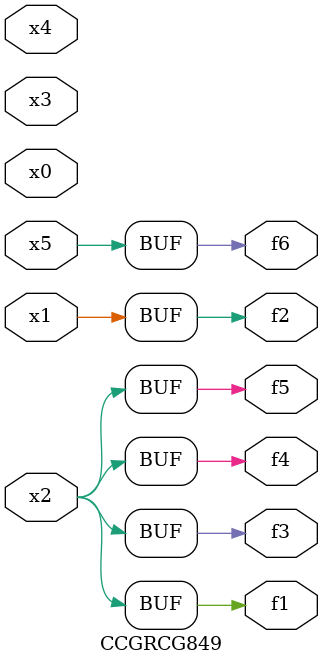
<source format=v>
module CCGRCG849(
	input x0, x1, x2, x3, x4, x5,
	output f1, f2, f3, f4, f5, f6
);
	assign f1 = x2;
	assign f2 = x1;
	assign f3 = x2;
	assign f4 = x2;
	assign f5 = x2;
	assign f6 = x5;
endmodule

</source>
